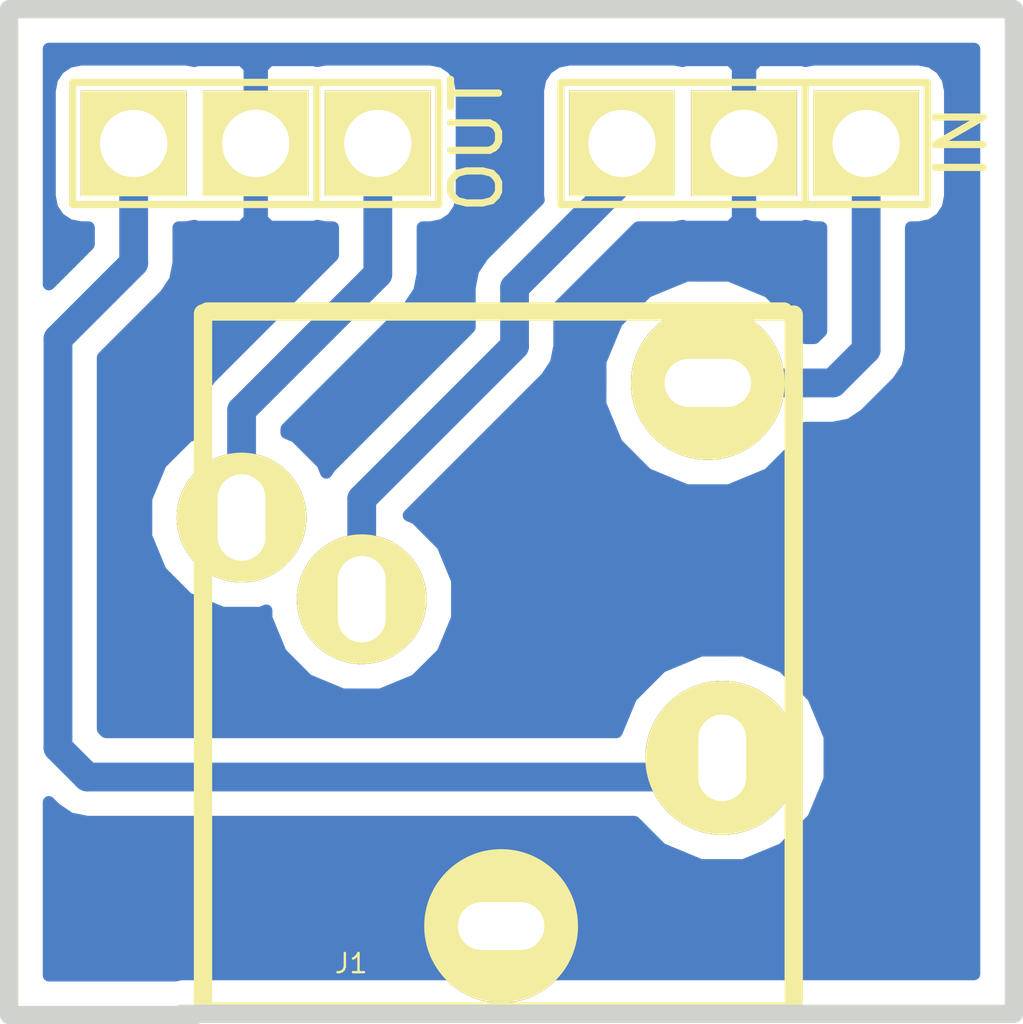
<source format=kicad_pcb>
(kicad_pcb (version 4) (host pcbnew 0.201602171416+6561~42~ubuntu14.04.1-product)

  (general
    (links 6)
    (no_connects 0)
    (area 102.069899 89.725499 123.355101 111.036101)
    (thickness 1.6002)
    (drawings 5)
    (tracks 22)
    (zones 0)
    (modules 3)
    (nets 6)
  )

  (page A4)
  (title_block
    (date "22 sep 2014")
  )

  (layers
    (0 Front signal)
    (31 Back signal)
    (32 B.Adhes user)
    (33 F.Adhes user)
    (34 B.Paste user)
    (35 F.Paste user)
    (36 B.SilkS user)
    (37 F.SilkS user)
    (38 B.Mask user)
    (39 F.Mask user)
    (40 Dwgs.User user)
    (41 Cmts.User user)
    (42 Eco1.User user)
    (43 Eco2.User user)
    (44 Edge.Cuts user)
  )

  (setup
    (last_trace_width 0.59944)
    (trace_clearance 0.254)
    (zone_clearance 0.508)
    (zone_45_only yes)
    (trace_min 0.2032)
    (segment_width 0.381)
    (edge_width 0.381)
    (via_size 0.889)
    (via_drill 0.635)
    (via_min_size 0.889)
    (via_min_drill 0.508)
    (uvia_size 0.508)
    (uvia_drill 0.127)
    (uvias_allowed no)
    (uvia_min_size 0.508)
    (uvia_min_drill 0.127)
    (pcb_text_width 0.3048)
    (pcb_text_size 1.524 2.032)
    (mod_edge_width 0.381)
    (mod_text_size 1.524 1.524)
    (mod_text_width 0.3048)
    (pad_size 2.2 2.2)
    (pad_drill 1.4)
    (pad_to_mask_clearance 0.254)
    (aux_axis_origin 0 0)
    (visible_elements FFFFFF3F)
    (pcbplotparams
      (layerselection 0x00000_80000000)
      (usegerberextensions false)
      (excludeedgelayer true)
      (linewidth 0.150000)
      (plotframeref false)
      (viasonmask false)
      (mode 1)
      (useauxorigin false)
      (hpglpennumber 1)
      (hpglpenspeed 20)
      (hpglpendiameter 15)
      (psnegative false)
      (psa4output false)
      (plotreference true)
      (plotvalue true)
      (plotinvisibletext false)
      (padsonsilk false)
      (subtractmaskfromsilk false)
      (outputformat 2)
      (mirror false)
      (drillshape 0)
      (scaleselection 1)
      (outputdirectory /home/nail/tmp/plot/))
  )

  (net 0 "")
  (net 1 AGND)
  (net 2 CD_left_in)
  (net 3 RADIO_left_out)
  (net 4 CD_right_in)
  (net 5 RADIO_right_out)

  (net_class Default "This is the default net class."
    (clearance 0.254)
    (trace_width 0.59944)
    (via_dia 0.889)
    (via_drill 0.635)
    (uvia_dia 0.508)
    (uvia_drill 0.127)
    (add_net AGND)
    (add_net CD_left_in)
    (add_net CD_right_in)
    (add_net RADIO_left_out)
    (add_net RADIO_right_out)
  )

  (module Pin_Headers:Pin_Header_Straight_1x03 (layer Front) (tedit 54B4EB67) (tstamp 54B4E9C4)
    (at 117.5512 92.71 180)
    (descr "Through hole pin header")
    (tags "pin header")
    (path /5491A2C9)
    (fp_text reference P1 (at 0 -2.286 180) (layer F.SilkS) hide
      (effects (font (size 1 1) (thickness 0.15)))
    )
    (fp_text value IN (at -4.5212 0.0254 450) (layer F.SilkS)
      (effects (font (size 1 1) (thickness 0.15)))
    )
    (fp_line (start -1.27 1.27) (end 3.81 1.27) (layer F.SilkS) (width 0.15))
    (fp_line (start 3.81 1.27) (end 3.81 -1.27) (layer F.SilkS) (width 0.15))
    (fp_line (start 3.81 -1.27) (end -1.27 -1.27) (layer F.SilkS) (width 0.15))
    (fp_line (start -3.81 -1.27) (end -1.27 -1.27) (layer F.SilkS) (width 0.15))
    (fp_line (start -1.27 -1.27) (end -1.27 1.27) (layer F.SilkS) (width 0.15))
    (fp_line (start -3.81 -1.27) (end -3.81 1.27) (layer F.SilkS) (width 0.15))
    (fp_line (start -3.81 1.27) (end -1.27 1.27) (layer F.SilkS) (width 0.15))
    (pad 1 thru_hole rect (at -2.54 0 180) (size 2.2 2.2) (drill 1.4) (layers *.Cu *.Mask F.SilkS)
      (net 2 CD_left_in) (zone_connect 2))
    (pad 2 thru_hole rect (at 0 0 180) (size 2.2 2.2) (drill 1.4) (layers *.Cu *.Mask F.SilkS)
      (net 1 AGND))
    (pad 3 thru_hole rect (at 2.54 0 180) (size 2.2 2.2) (drill 1.4) (layers *.Cu *.Mask F.SilkS)
      (net 4 CD_right_in))
    (model Pin_Headers/Pin_Header_Straight_1x03.wrl
      (at (xyz 0 0 0))
      (scale (xyz 1 1 1))
      (rotate (xyz 0 0 0))
    )
  )

  (module Pin_Headers:Pin_Header_Straight_1x03 (layer Front) (tedit 54B4EB71) (tstamp 54D35AF3)
    (at 107.3912 92.71 180)
    (descr "Through hole pin header")
    (tags "pin header")
    (path /5491A2E7)
    (fp_text reference P2 (at 0 -2.286 180) (layer F.SilkS) hide
      (effects (font (size 1 1) (thickness 0.15)))
    )
    (fp_text value OUT (at -4.5974 0 270) (layer F.SilkS)
      (effects (font (size 1 1) (thickness 0.15)))
    )
    (fp_line (start -1.27 1.27) (end 3.81 1.27) (layer F.SilkS) (width 0.15))
    (fp_line (start 3.81 1.27) (end 3.81 -1.27) (layer F.SilkS) (width 0.15))
    (fp_line (start 3.81 -1.27) (end -1.27 -1.27) (layer F.SilkS) (width 0.15))
    (fp_line (start -3.81 -1.27) (end -1.27 -1.27) (layer F.SilkS) (width 0.15))
    (fp_line (start -1.27 -1.27) (end -1.27 1.27) (layer F.SilkS) (width 0.15))
    (fp_line (start -3.81 -1.27) (end -3.81 1.27) (layer F.SilkS) (width 0.15))
    (fp_line (start -3.81 1.27) (end -1.27 1.27) (layer F.SilkS) (width 0.15))
    (pad 1 thru_hole rect (at -2.54 0 180) (size 2.2 2.2) (drill 1.4) (layers *.Cu *.Mask F.SilkS)
      (net 5 RADIO_right_out))
    (pad 2 thru_hole rect (at 0 0 180) (size 2.2 2.2) (drill 1.4) (layers *.Cu *.Mask F.SilkS)
      (net 1 AGND))
    (pad 3 thru_hole rect (at 2.54 0 180) (size 2.2 2.2) (drill 1.4) (layers *.Cu *.Mask F.SilkS)
      (net 3 RADIO_left_out))
    (model Pin_Headers/Pin_Header_Straight_1x03.wrl
      (at (xyz 0 0 0))
      (scale (xyz 1 1 1))
      (rotate (xyz 0 0 0))
    )
  )

  (module jacks:SCJ-0354-5PU_no_screew (layer Front) (tedit 56238A97) (tstamp 54D35887)
    (at 112.4966 110.6932 180)
    (path /54919413)
    (fp_text reference J1 (at 3.11912 0.92202 180) (layer F.SilkS)
      (effects (font (size 0.39878 0.39878) (thickness 0.0508)))
    )
    (fp_text value SCJ368R1NUS0B00G (at 7.4549 6.9977 270) (layer F.SilkS) hide
      (effects (font (size 1.2 1.2) (thickness 0.3)))
    )
    (fp_line (start -5.96138 -0.07874) (end 6.03758 -0.07874) (layer F.SilkS) (width 0.381))
    (fp_line (start 6.20268 -0.05334) (end 6.20268 14.44752) (layer F.SilkS) (width 0.381))
    (fp_line (start 6.11378 14.48562) (end -5.88518 14.48562) (layer F.SilkS) (width 0.381))
    (fp_line (start -6.08838 14.42212) (end -6.08838 -0.07874) (layer F.SilkS) (width 0.381))
    (pad 1 thru_hole circle (at 0 1.7 180) (size 3.2004 3.2004) (drill oval 1.8 1) (layers *.Cu *.Mask F.SilkS)
      (net 1 AGND) (zone_connect 2))
    (pad 5 thru_hole circle (at -4.6 5.2 180) (size 3.2004 3.2004) (drill oval 1 1.8) (layers *.Cu *.Mask F.SilkS)
      (net 3 RADIO_left_out) (zone_connect 2))
    (pad 4 thru_hole circle (at -4.3 13 180) (size 3.2004 3.2004) (drill oval 1.8 1) (layers *.Cu *.Mask F.SilkS)
      (net 2 CD_left_in) (zone_connect 2))
    (pad 3 thru_hole circle (at 2.9 8.5 180) (size 2.7 2.7) (drill oval 1 1.8) (layers *.Cu *.Mask F.SilkS)
      (net 4 CD_right_in))
    (pad 2 thru_hole circle (at 5.4 10.2 180) (size 2.7 2.7) (drill oval 1 1.8) (layers *.Cu *.Mask F.SilkS)
      (net 5 RADIO_right_out) (zone_connect 1) (thermal_width 0.508) (thermal_gap 0.254))
  )

  (gr_line (start 123.1646 89.916) (end 102.2604 89.916) (angle 90) (layer Edge.Cuts) (width 0.381))
  (gr_line (start 102.2604 89.916) (end 102.2604 110.8456) (angle 90) (layer Edge.Cuts) (width 0.381))
  (gr_line (start 102.2858 110.8456) (end 106.1466 110.8456) (angle 90) (layer Edge.Cuts) (width 0.381))
  (gr_line (start 123.1646 110.8202) (end 123.1646 89.916) (angle 90) (layer Edge.Cuts) (width 0.381))
  (gr_line (start 105.8418 110.8202) (end 123.1646 110.8202) (angle 90) (layer Edge.Cuts) (width 0.381))

  (segment (start 107.3912 92.71) (end 107.3912 91.8464) (width 0.59944) (layer Back) (net 1))
  (segment (start 116.7966 97.6932) (end 119.4006 97.6932) (width 0.59944) (layer Back) (net 2))
  (segment (start 120.0912 97.0026) (end 120.0912 92.71) (width 0.59944) (layer Back) (net 2) (tstamp 54D35B8F))
  (segment (start 119.4006 97.6932) (end 120.0912 97.0026) (width 0.59944) (layer Back) (net 2) (tstamp 54D35B8E))
  (segment (start 116.6666 97.5106) (end 116.822 97.666) (width 0.59944) (layer Back) (net 2) (tstamp 54B4E7C7))
  (segment (start 104.8512 92.71) (end 104.8512 95.1992) (width 0.59944) (layer Back) (net 3))
  (segment (start 103.886 105.8926) (end 116.6972 105.8926) (width 0.59944) (layer Back) (net 3) (tstamp 56C5B5E4))
  (segment (start 103.2764 105.283) (end 103.886 105.8926) (width 0.59944) (layer Back) (net 3) (tstamp 56C5B5E3))
  (segment (start 103.2764 96.774) (end 103.2764 105.283) (width 0.59944) (layer Back) (net 3) (tstamp 56C5B5E2))
  (segment (start 104.8512 95.1992) (end 103.2764 96.774) (width 0.59944) (layer Back) (net 3) (tstamp 56C5B5E1))
  (segment (start 116.6972 105.8926) (end 117.0966 105.4932) (width 0.59944) (layer Back) (net 3) (tstamp 56C5B5E5))
  (segment (start 117.0966 105.4932) (end 117.1378 105.4932) (width 0.59944) (layer Back) (net 3))
  (segment (start 115.0112 92.71) (end 115.0112 93.472) (width 0.59944) (layer Back) (net 4))
  (segment (start 115.0112 93.472) (end 112.776 95.7072) (width 0.59944) (layer Back) (net 4) (tstamp 56C5B5ED))
  (segment (start 112.776 95.7072) (end 112.776 96.9264) (width 0.59944) (layer Back) (net 4) (tstamp 56C5B5EE))
  (segment (start 109.5966 102.1932) (end 109.5966 100.1058) (width 0.59944) (layer Back) (net 4))
  (segment (start 109.5966 100.1058) (end 112.776 96.9264) (width 0.59944) (layer Back) (net 4) (tstamp 56C5B5E8))
  (segment (start 115.0112 92.71) (end 115.0112 93.0402) (width 0.59944) (layer Back) (net 4))
  (segment (start 107.0966 100.4932) (end 107.0966 98.2624) (width 0.59944) (layer Back) (net 5))
  (segment (start 109.9312 95.4278) (end 109.9312 92.71) (width 0.59944) (layer Back) (net 5) (tstamp 56C5B5DD))
  (segment (start 107.0966 98.2624) (end 109.9312 95.4278) (width 0.59944) (layer Back) (net 5) (tstamp 56C5B5DC))
  (segment (start 107.0966 100.4932) (end 107.0966 100.4418) (width 0.59944) (layer Back) (net 5))

  (zone (net 1) (net_name AGND) (layer Back) (tstamp 54B4F79C) (hatch edge 0.508)
    (connect_pads (clearance 0.508))
    (min_thickness 0.254)
    (fill yes (arc_segments 16) (thermal_gap 0.508) (thermal_bridge_width 0.508))
    (polygon
      (pts
        (xy 102.362 110.8456) (xy 123.2154 110.8456) (xy 123.2154 89.8652) (xy 102.2858 89.8652) (xy 102.2858 110.8456)
        (xy 102.4382 110.8456)
      )
    )
    (filled_polygon
      (pts
        (xy 122.3391 109.9947) (xy 105.8418 109.9947) (xy 105.714105 110.0201) (xy 103.0859 110.0201) (xy 103.0859 106.414394)
        (xy 103.225053 106.553547) (xy 103.528298 106.756169) (xy 103.886 106.827321) (xy 103.886005 106.82732) (xy 115.270099 106.82732)
        (xy 115.828808 107.387005) (xy 116.650041 107.728011) (xy 117.539258 107.728787) (xy 118.361085 107.389215) (xy 118.990405 106.760992)
        (xy 119.331411 105.939759) (xy 119.332187 105.050542) (xy 118.992615 104.228715) (xy 118.364392 103.599395) (xy 117.543159 103.258389)
        (xy 116.653942 103.257613) (xy 115.832115 103.597185) (xy 115.202795 104.225408) (xy 114.898646 104.95788) (xy 104.273174 104.95788)
        (xy 104.21112 104.895826) (xy 104.21112 100.886309) (xy 105.111257 100.886309) (xy 105.412818 101.616143) (xy 105.97072 102.175019)
        (xy 106.700027 102.477854) (xy 107.489709 102.478543) (xy 107.611395 102.428263) (xy 107.611257 102.586309) (xy 107.912818 103.316143)
        (xy 108.47072 103.875019) (xy 109.200027 104.177854) (xy 109.989709 104.178543) (xy 110.719543 103.876982) (xy 111.278419 103.31908)
        (xy 111.581254 102.589773) (xy 111.581943 101.800091) (xy 111.280382 101.070257) (xy 110.72248 100.511381) (xy 110.574401 100.449893)
        (xy 112.888436 98.135858) (xy 114.561013 98.135858) (xy 114.900585 98.957685) (xy 115.528808 99.587005) (xy 116.350041 99.928011)
        (xy 117.239258 99.928787) (xy 118.061085 99.589215) (xy 118.690405 98.960992) (xy 118.828709 98.62792) (xy 119.4006 98.62792)
        (xy 119.758302 98.556769) (xy 120.061547 98.354147) (xy 120.752147 97.663547) (xy 120.954769 97.360302) (xy 121.02592 97.0026)
        (xy 121.02592 94.45744) (xy 121.1912 94.45744) (xy 121.438965 94.408157) (xy 121.649009 94.267809) (xy 121.789357 94.057765)
        (xy 121.83864 93.81) (xy 121.83864 91.61) (xy 121.789357 91.362235) (xy 121.649009 91.152191) (xy 121.438965 91.011843)
        (xy 121.1912 90.96256) (xy 118.9912 90.96256) (xy 118.826545 90.995312) (xy 118.777509 90.975) (xy 117.83695 90.975)
        (xy 117.6782 91.13375) (xy 117.6782 92.583) (xy 117.6982 92.583) (xy 117.6982 92.837) (xy 117.6782 92.837)
        (xy 117.6782 94.28625) (xy 117.83695 94.445) (xy 118.777509 94.445) (xy 118.826545 94.424688) (xy 118.9912 94.45744)
        (xy 119.15648 94.45744) (xy 119.15648 96.615426) (xy 119.013426 96.75848) (xy 118.828871 96.75848) (xy 118.692615 96.428715)
        (xy 118.064392 95.799395) (xy 117.243159 95.458389) (xy 116.353942 95.457613) (xy 115.532115 95.797185) (xy 114.902795 96.425408)
        (xy 114.561789 97.246641) (xy 114.561013 98.135858) (xy 112.888436 98.135858) (xy 113.436947 97.587347) (xy 113.639569 97.284102)
        (xy 113.71072 96.9264) (xy 113.71072 96.094374) (xy 115.347654 94.45744) (xy 116.1112 94.45744) (xy 116.275855 94.424688)
        (xy 116.324891 94.445) (xy 117.26545 94.445) (xy 117.4242 94.28625) (xy 117.4242 92.837) (xy 117.4042 92.837)
        (xy 117.4042 92.583) (xy 117.4242 92.583) (xy 117.4242 91.13375) (xy 117.26545 90.975) (xy 116.324891 90.975)
        (xy 116.275855 90.995312) (xy 116.1112 90.96256) (xy 113.9112 90.96256) (xy 113.663435 91.011843) (xy 113.453391 91.152191)
        (xy 113.313043 91.362235) (xy 113.26376 91.61) (xy 113.26376 93.81) (xy 113.278285 93.883021) (xy 112.115053 95.046253)
        (xy 111.912431 95.349498) (xy 111.84128 95.7072) (xy 111.84128 96.539226) (xy 108.935653 99.444853) (xy 108.858756 99.559937)
        (xy 108.780382 99.370257) (xy 108.22248 98.811381) (xy 108.03132 98.732004) (xy 108.03132 98.649574) (xy 110.592147 96.088747)
        (xy 110.794769 95.785502) (xy 110.86592 95.4278) (xy 110.86592 94.45744) (xy 111.0312 94.45744) (xy 111.278965 94.408157)
        (xy 111.489009 94.267809) (xy 111.629357 94.057765) (xy 111.67864 93.81) (xy 111.67864 91.61) (xy 111.629357 91.362235)
        (xy 111.489009 91.152191) (xy 111.278965 91.011843) (xy 111.0312 90.96256) (xy 108.8312 90.96256) (xy 108.666545 90.995312)
        (xy 108.617509 90.975) (xy 107.67695 90.975) (xy 107.5182 91.13375) (xy 107.5182 92.583) (xy 107.5382 92.583)
        (xy 107.5382 92.837) (xy 107.5182 92.837) (xy 107.5182 94.28625) (xy 107.67695 94.445) (xy 108.617509 94.445)
        (xy 108.666545 94.424688) (xy 108.8312 94.45744) (xy 108.99648 94.45744) (xy 108.99648 95.040626) (xy 106.435653 97.601453)
        (xy 106.233031 97.904698) (xy 106.16188 98.2624) (xy 106.16188 98.731646) (xy 105.973657 98.809418) (xy 105.414781 99.36732)
        (xy 105.111946 100.096627) (xy 105.111257 100.886309) (xy 104.21112 100.886309) (xy 104.21112 97.161174) (xy 105.512147 95.860147)
        (xy 105.714769 95.556902) (xy 105.785921 95.1992) (xy 105.78592 95.199195) (xy 105.78592 94.45744) (xy 105.9512 94.45744)
        (xy 106.115855 94.424688) (xy 106.164891 94.445) (xy 107.10545 94.445) (xy 107.2642 94.28625) (xy 107.2642 92.837)
        (xy 107.2442 92.837) (xy 107.2442 92.583) (xy 107.2642 92.583) (xy 107.2642 91.13375) (xy 107.10545 90.975)
        (xy 106.164891 90.975) (xy 106.115855 90.995312) (xy 105.9512 90.96256) (xy 103.7512 90.96256) (xy 103.503435 91.011843)
        (xy 103.293391 91.152191) (xy 103.153043 91.362235) (xy 103.10376 91.61) (xy 103.10376 93.81) (xy 103.153043 94.057765)
        (xy 103.293391 94.267809) (xy 103.503435 94.408157) (xy 103.7512 94.45744) (xy 103.91648 94.45744) (xy 103.91648 94.812026)
        (xy 103.0859 95.642606) (xy 103.0859 90.7415) (xy 122.3391 90.7415)
      )
    )
  )
)

</source>
